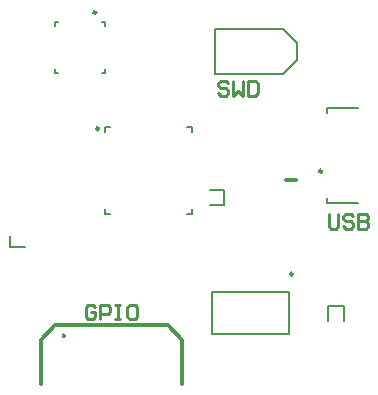
<source format=gbr>
%TF.GenerationSoftware,Altium Limited,Altium Designer,24.6.1 (21)*%
G04 Layer_Color=65535*
%FSLAX45Y45*%
%MOMM*%
%TF.SameCoordinates,998BC942-C911-4A9E-BC0A-61954E215518*%
%TF.FilePolarity,Positive*%
%TF.FileFunction,Legend,Top*%
%TF.Part,Single*%
G01*
G75*
%TA.AperFunction,NonConductor*%
%ADD47C,0.25000*%
%ADD48C,0.25400*%
%ADD49C,0.20000*%
%ADD50C,0.30000*%
%ADD51C,0.17500*%
D47*
X9242500Y7460000D02*
G03*
X9242500Y7460000I-12500J0D01*
G01*
X10887500Y6229500D02*
G03*
X10887500Y6229500I-12500J0D01*
G01*
X9220000Y8445000D02*
G03*
X9220000Y8445000I-12500J0D01*
G01*
X11132500Y7100000D02*
G03*
X11132500Y7100000I-12500J0D01*
G01*
D48*
X8956788Y5706328D02*
G03*
X8956788Y5706328I-10270J0D01*
G01*
X9213706Y5949533D02*
X9192880Y5970360D01*
X9151227D01*
X9130400Y5949533D01*
Y5866227D01*
X9151227Y5845400D01*
X9192880D01*
X9213706Y5866227D01*
Y5907880D01*
X9172053D01*
X9255360Y5845400D02*
Y5970360D01*
X9317839D01*
X9338666Y5949533D01*
Y5907880D01*
X9317839Y5887053D01*
X9255360D01*
X9380319Y5970360D02*
X9421973D01*
X9401146D01*
Y5845400D01*
X9380319D01*
X9421973D01*
X9546932Y5970360D02*
X9505279D01*
X9484452Y5949533D01*
Y5866227D01*
X9505279Y5845400D01*
X9546932D01*
X9567759Y5866227D01*
Y5949533D01*
X9546932Y5970360D01*
X11187900Y6737860D02*
Y6633726D01*
X11208726Y6612900D01*
X11250380D01*
X11271206Y6633726D01*
Y6737860D01*
X11396166Y6717033D02*
X11375339Y6737860D01*
X11333686D01*
X11312860Y6717033D01*
Y6696206D01*
X11333686Y6675380D01*
X11375339D01*
X11396166Y6654553D01*
Y6633726D01*
X11375339Y6612900D01*
X11333686D01*
X11312860Y6633726D01*
X11437819Y6737860D02*
Y6612900D01*
X11500299D01*
X11521126Y6633726D01*
Y6654553D01*
X11500299Y6675380D01*
X11437819D01*
X11500299D01*
X11521126Y6696206D01*
Y6717033D01*
X11500299Y6737860D01*
X11437819D01*
X10336206Y7844533D02*
X10315380Y7865360D01*
X10273726D01*
X10252900Y7844533D01*
Y7823706D01*
X10273726Y7802880D01*
X10315380D01*
X10336206Y7782053D01*
Y7761227D01*
X10315380Y7740400D01*
X10273726D01*
X10252900Y7761227D01*
X10377860Y7865360D02*
Y7740400D01*
X10419513Y7782053D01*
X10461166Y7740400D01*
Y7865360D01*
X10502819D02*
Y7740400D01*
X10565299D01*
X10586126Y7761227D01*
Y7844533D01*
X10565299Y7865360D01*
X10502819D01*
D49*
X9295000Y7432500D02*
Y7475000D01*
X9337500D01*
X9992500D02*
X10035000D01*
Y7432500D02*
Y7475000D01*
Y6735000D02*
Y6777500D01*
X9992500Y6735000D02*
X10035000D01*
X9295000D02*
Y6777500D01*
Y6735000D02*
X9337500D01*
X10199750Y6075250D02*
X10850250D01*
X10199750Y5724750D02*
Y6075250D01*
Y5724750D02*
X10850250D01*
Y6075250D01*
X9265000Y8365000D02*
X9297500D01*
Y8332500D02*
Y8365000D01*
X8867500D02*
X8900000D01*
X8867500Y8332500D02*
Y8365000D01*
Y7935000D02*
Y7967500D01*
Y7935000D02*
X8900000D01*
X9265000D02*
X9297500D01*
Y7967500D01*
X8491927Y6460715D02*
X8615000D01*
X8491927D02*
Y6550000D01*
X11170000Y6828000D02*
Y6875000D01*
Y7590000D02*
Y7637000D01*
X11437500D01*
X11170000Y6828000D02*
X11437500D01*
D50*
X10826135Y7025004D02*
X10912775D01*
X9950000Y5300000D02*
Y5675000D01*
X9825000Y5800000D02*
X9950000Y5675000D01*
X8875000Y5800000D02*
X9825000D01*
X8750000Y5675000D02*
X8875000Y5800000D01*
X8750000Y5300000D02*
Y5675000D01*
D51*
X11314715Y5834715D02*
Y5960000D01*
X11185285D02*
X11314715D01*
X11185285Y5834715D02*
Y5960000D01*
X10223000Y7923500D02*
Y8303500D01*
Y7923500D02*
X10803000D01*
X10923000Y8043500D01*
Y8183500D01*
X10803000Y8303500D02*
X10923000Y8183500D01*
X10223000Y8303500D02*
X10803000D01*
X10179715Y6944715D02*
X10305000D01*
Y6815285D02*
Y6944715D01*
X10179715Y6815285D02*
X10305000D01*
%TF.MD5,c1c425cc68c6f1b8c8d6344b03775e88*%
M02*

</source>
